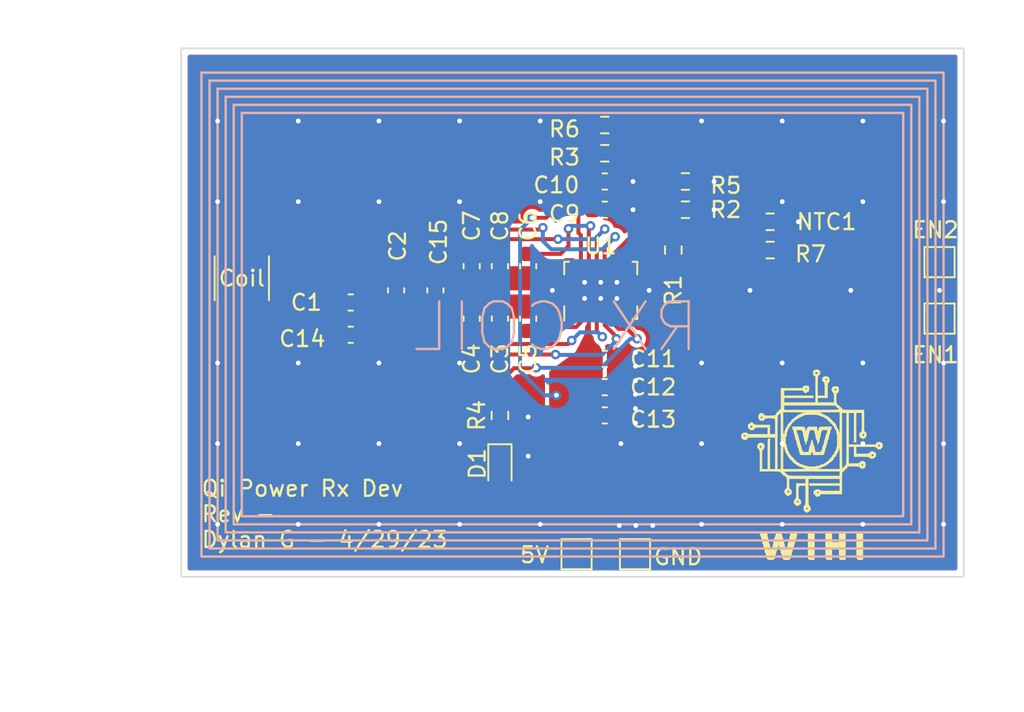
<source format=kicad_pcb>
(kicad_pcb (version 20221018) (generator pcbnew)
  (title_block (title "Qi Rx Dev Board") (date "2023-04-29") (rev "-") (comment 1 "DS: Dylan Gutierrez"))
  (layers (0 "F.Cu" signal) (31 "B.Cu" signal) (34 "B.Paste" user) (35 "F.Paste" user) (36 "B.SilkS" user "B.Silkscreen") (37 "F.SilkS" user "F.Silkscreen") (38 "B.Mask" user) (39 "F.Mask" user) (44 "Edge.Cuts" user))
  (net 0 "")
  (net 1 "/Wireless Power Reciever Qi/RX1")
  (net 2 "/Wireless Power Reciever Qi/AC1")
  (net 3 "/Wireless Power Reciever Qi/AC2")
  (net 4 "/Wireless Power Reciever Qi/CLAMP1")
  (net 5 "/Wireless Power Reciever Qi/COMM1")
  (net 6 "/Wireless Power Reciever Qi/BOOT1")
  (net 7 "/Wireless Power Reciever Qi/BOOT2")
  (net 8 "/Wireless Power Reciever Qi/COMM2")
  (net 9 "/Wireless Power Reciever Qi/CLAMP2")
  (net 10 "GND")
  (net 11 "/Wireless Power Reciever Qi/RECT")
  (net 12 "/Wireless Power Reciever Qi/Qi_Vout")
  (net 13 "Net-(D1-K)")
  (net 14 "/Wireless Power Reciever Qi/TSCTRL")
  (net 15 "/Wireless Power Reciever Qi/ILIM")
  (net 16 "/Wireless Power Reciever Qi/FOD")
  (net 18 "/Wireless Power Reciever Qi/EN1")
  (net 19 "/Wireless Power Reciever Qi/EN2")
  (net 20 "/Wireless Power Reciever Qi/CHG")
  (footprint "Resistor_SMD:R_0603_1608Metric" (layer "F.Cu") (at 153.924 81.534 180)
    (fp_text reference "R6" (at 2.54 -0.254) (layer "F.SilkS"))
    (fp_text value "~")
    (pad "1" smd roundrect (at -0.825 0 180) (size 0.8 0.95) (layers "F.Cu" "F.Paste" "F.Mask") (net 16 "/Wireless Power Reciever Qi/FOD"))
    (pad "2" smd roundrect (at 0.825 0 180) (size 0.8 0.95) (layers "F.Cu" "F.Paste" "F.Mask") (net 11 "/Wireless Power Reciever Qi/RECT"))
  )
  (footprint "Capacitor_SMD:C_0603_1608Metric" (layer "F.Cu") (at 147.32 90.424 90)
    (fp_text reference "C8" (at 2.54 0 90) (layer "F.SilkS"))
    (fp_text value "4.7u")
    (pad "1" smd roundrect (at -0.775 0 90) (size 0.9 0.95) (layers "F.Cu" "F.Paste" "F.Mask") (net 3 "/Wireless Power Reciever Qi/AC2"))
    (pad "2" smd roundrect (at 0.775 0 90) (size 0.9 0.95) (layers "F.Cu" "F.Paste" "F.Mask") (net 9 "/Wireless Power Reciever Qi/CLAMP2"))
  )
  (footprint "Capacitor_SMD:C_0603_1608Metric" (layer "F.Cu") (at 153.924 85.09 180)
    (fp_text reference "C10" (at 3.048 -0.224) (layer "F.SilkS"))
    (fp_text value "0.1u")
    (pad "1" smd roundrect (at -0.775 0 180) (size 0.9 0.95) (layers "F.Cu" "F.Paste" "F.Mask") (net 10 "GND"))
    (pad "2" smd roundrect (at 0.775 0 180) (size 0.9 0.95) (layers "F.Cu" "F.Paste" "F.Mask") (net 11 "/Wireless Power Reciever Qi/RECT"))
  )
  (footprint "Inductor_SMD:L_1812_4532Metric" (layer "F.Cu") (at 131.064 91.186 90)
    (fp_text reference "Coil" (at 0 0) (layer "F.SilkS"))
    (fp_text value "13.3u")
    (pad "1" smd roundrect (at -2.1375 0 90) (size 1.125 3.4) (layers "F.Cu" "F.Paste" "F.Mask") (roundrect_rratio 0.2222222222) (net 1 "/Wireless Power Reciever Qi/RX1"))
    (pad "2" smd roundrect (at 2.1375 0 90) (size 1.125 3.4) (layers "F.Cu" "F.Paste" "F.Mask") (roundrect_rratio 0.2222222222) (net 3 "/Wireless Power Reciever Qi/AC2"))
  )
  (footprint "Resistor_SMD:R_0603_1608Metric" (layer "F.Cu") (at 147.32 99.822 90)
    (fp_text reference "R4" (at 0 -1.4478 90) (layer "F.SilkS"))
    (fp_text value "1k5")
    (pad "1" smd roundrect (at -0.825 0 90) (size 0.8 0.95) (layers "F.Cu" "F.Paste" "F.Mask") (net 13 "Net-(D1-K)"))
    (pad "2" smd roundrect (at 0.825 0 90) (size 0.8 0.95) (layers "F.Cu" "F.Paste" "F.Mask") (net 20 "/Wireless Power Reciever Qi/CHG"))
  )
  (footprint "Resistor_SMD:R_0603_1608Metric" (layer "F.Cu") (at 158.242 89.408 90)
    (fp_text reference "R1" (at -2.54 0 90) (layer "F.SilkS"))
    (fp_text value "66")
    (pad "1" smd roundrect (at -0.825 0 90) (size 0.8 0.95) (layers "F.Cu" "F.Paste" "F.Mask") (net 15 "/Wireless Power Reciever Qi/ILIM"))
    (pad "2" smd roundrect (at 0.825 0 90) (size 0.8 0.95) (layers "F.Cu" "F.Paste" "F.Mask") (net 16 "/Wireless Power Reciever Qi/FOD"))
  )
  (footprint "Capacitor_SMD:C_0603_1608Metric" (layer "F.Cu") (at 147.32 93.726 -90)
    (fp_text reference "C3" (at 2.54 0 90) (layer "F.SilkS"))
    (fp_text value "4.7u")
    (pad "1" smd roundrect (at -0.775 0 270) (size 0.9 0.95) (layers "F.Cu" "F.Paste" "F.Mask") (net 2 "/Wireless Power Reciever Qi/AC1"))
    (pad "2" smd roundrect (at 0.775 0 270) (size 0.9 0.95) (layers "F.Cu" "F.Paste" "F.Mask") (net 4 "/Wireless Power Reciever Qi/CLAMP1"))
  )
  (footprint "Capacitor_SMD:C_0603_1608Metric" (layer "F.Cu") (at 153.924 86.868 180)
    (fp_text reference "C9" (at 2.54 -0.254) (layer "F.SilkS"))
    (fp_text value "10u")
    (pad "1" smd roundrect (at -0.775 0 180) (size 0.9 0.95) (layers "F.Cu" "F.Paste" "F.Mask") (net 10 "GND"))
    (pad "2" smd roundrect (at 0.775 0 180) (size 0.9 0.95) (layers "F.Cu" "F.Paste" "F.Mask") (net 11 "/Wireless Power Reciever Qi/RECT"))
  )
  (footprint "LED_SMD:LED_0603_1608Metric" (layer "F.Cu") (at 147.32 103.124 -90)
    (fp_text reference "D1" (at -0.254 1.4224 90) (layer "F.SilkS"))
    (fp_text value "LED")
    (pad "1" smd roundrect (at -0.7875 0 270) (size 0.875 0.95) (layers "F.Cu" "F.Paste" "F.Mask") (net 13 "Net-(D1-K)"))
    (pad "2" smd roundrect (at 0.7875 0 270) (size 0.875 0.95) (layers "F.Cu" "F.Paste" "F.Mask") (net 12 "/Wireless Power Reciever Qi/Qi_Vout"))
  )
  (footprint "Capacitor_SMD:C_0603_1608Metric" (layer "F.Cu") (at 145.542 90.424 90)
    (fp_text reference "C7" (at 2.54 0 90) (layer "F.SilkS"))
    (fp_text value "22n")
    (pad "1" smd roundrect (at -0.775 0 90) (size 0.9 0.95) (layers "F.Cu" "F.Paste" "F.Mask") (net 3 "/Wireless Power Reciever Qi/AC2"))
    (pad "2" smd roundrect (at 0.775 0 90) (size 0.9 0.95) (layers "F.Cu" "F.Paste" "F.Mask") (net 8 "/Wireless Power Reciever Qi/COMM2"))
  )
  (footprint "Resistor_SMD:R_0603_1608Metric" (layer "F.Cu") (at 159.004 85.09 180)
    (fp_text reference "R5" (at -2.54 -0.254) (layer "F.SilkS"))
    (fp_text value "~")
    (pad "1" smd roundrect (at -0.825 0 180) (size 0.8 0.95) (layers "F.Cu" "F.Paste" "F.Mask") (net 10 "GND"))
    (pad "2" smd roundrect (at 0.825 0 180) (size 0.8 0.95) (layers "F.Cu" "F.Paste" "F.Mask") (net 16 "/Wireless Power Reciever Qi/FOD"))
  )
  (footprint "TestPoint:TestPoint_Pad_1.5x1.5mm" (layer "F.Cu") (at 155.829 108.5596)
    (fp_text reference "GND" (at 2.7178 0.1778) (layer "F.SilkS"))
    (fp_text value "~")
    (pad "1" smd rect (at 0 0) (size 1.5 1.5) (layers "F.Cu" "F.Mask") (net 10 "GND"))
  )
  (footprint "Capacitor_SMD:C_0603_1608Metric" (layer "F.Cu") (at 140.78 91.948 -90)
    (fp_text reference "C2" (at -2.794 -0.1 90) (layer "F.SilkS"))
    (fp_text value "2n")
    (pad "1" smd roundrect (at -0.775 0 270) (size 0.9 0.95) (layers "F.Cu" "F.Paste" "F.Mask") (net 3 "/Wireless Power Reciever Qi/AC2"))
    (pad "2" smd roundrect (at 0.775 0 270) (size 0.9 0.95) (layers "F.Cu" "F.Paste" "F.Mask") (net 2 "/Wireless Power Reciever Qi/AC1"))
  )
  (footprint "Capacitor_SMD:C_0603_1608Metric" (layer "F.Cu") (at 149.098 93.726 -90)
    (fp_text reference "C5" (at 2.54 0 90) (layer "F.SilkS"))
    (fp_text value "10n")
    (pad "1" smd roundrect (at -0.775 0 270) (size 0.9 0.95) (layers "F.Cu" "F.Paste" "F.Mask") (net 2 "/Wireless Power Reciever Qi/AC1"))
    (pad "2" smd roundrect (at 0.775 0 270) (size 0.9 0.95) (layers "F.Cu" "F.Paste" "F.Mask") (net 6 "/Wireless Power Reciever Qi/BOOT1"))
  )
  (footprint "Capacitor_SMD:C_0603_1608Metric" (layer "F.Cu") (at 137.922 94.742)
    (fp_text reference "C14" (at -3.048 0.254) (layer "F.SilkS"))
    (fp_text value "10n")
    (pad "1" smd roundrect (at -0.775 0) (size 0.9 0.95) (layers "F.Cu" "F.Paste" "F.Mask") (net 1 "/Wireless Power Reciever Qi/RX1"))
    (pad "2" smd roundrect (at 0.775 0) (size 0.9 0.95) (layers "F.Cu" "F.Paste" "F.Mask") (net 2 "/Wireless Power Reciever Qi/AC1"))
  )
  (footprint "TestPoint:TestPoint_Pad_1.5x1.5mm" (layer "F.Cu") (at 152.146 108.5596)
    (fp_text reference "5V" (at -2.6416 0.0508) (layer "F.SilkS"))
    (fp_text value "~")
    (pad "1" smd rect (at 0 0) (size 1.5 1.5) (layers "F.Cu" "F.Mask") (net 12 "/Wireless Power Reciever Qi/Qi_Vout"))
  )
  (footprint "Capacitor_SMD:C_0603_1608Metric" (layer "F.Cu") (at 153.924 99.822 180)
    (fp_text reference "C13" (at -3.048 -0.254) (layer "F.SilkS"))
    (fp_text value "0.1u")
    (pad "1" smd roundrect (at -0.775 0 180) (size 0.9 0.95) (layers "F.Cu" "F.Paste" "F.Mask") (net 10 "GND"))
    (pad "2" smd roundrect (at 0.775 0 180) (size 0.9 0.95) (layers "F.Cu" "F.Paste" "F.Mask") (net 12 "/Wireless Power Reciever Qi/Qi_Vout"))
  )
  (footprint "Capacitor_SMD:C_0603_1608Metric" (layer "F.Cu") (at 145.542 93.726 -90)
    (fp_text reference "C4" (at 2.54 0 90) (layer "F.SilkS"))
    (fp_text value "22n")
    (pad "1" smd roundrect (at -0.775 0 270) (size 0.9 0.95) (layers "F.Cu" "F.Paste" "F.Mask") (net 2 "/Wireless Power Reciever Qi/AC1"))
    (pad "2" smd roundrect (at 0.775 0 270) (size 0.9 0.95) (layers "F.Cu" "F.Paste" "F.Mask") (net 5 "/Wireless Power Reciever Qi/COMM1"))
  )
  (footprint "Resistor_SMD:R_0603_1608Metric" (layer "F.Cu") (at 153.924 83.312)
    (fp_text reference "R3" (at -2.54 0.254) (layer "F.SilkS"))
    (fp_text value "20k")
    (pad "1" smd roundrect (at -0.825 0) (size 0.8 0.95) (layers "F.Cu" "F.Paste" "F.Mask") (net 11 "/Wireless Power Reciever Qi/RECT"))
    (pad "2" smd roundrect (at 0.825 0) (size 0.8 0.95) (layers "F.Cu" "F.Paste" "F.Mask") (net 16 "/Wireless Power Reciever Qi/FOD"))
  )
  (footprint "Capacitor_SMD:C_0603_1608Metric" (layer "F.Cu") (at 137.922 92.71)
    (fp_text reference "C1" (at -2.794 0) (layer "F.SilkS"))
    (fp_text value "0.12u")
    (pad "1" smd roundrect (at -0.775 0) (size 0.9 0.95) (layers "F.Cu" "F.Paste" "F.Mask") (net 1 "/Wireless Power Reciever Qi/RX1"))
    (pad "2" smd roundrect (at 0.775 0) (size 0.9 0.95) (layers "F.Cu" "F.Paste" "F.Mask") (net 2 "/Wireless Power Reciever Qi/AC1"))
  )
  (footprint "Capacitor_SMD:C_0603_1608Metric" (layer "F.Cu") (at 149.098 90.424 90)
    (fp_text reference "C6" (at 2.54 0 90) (layer "F.SilkS"))
    (fp_text value "10n")
    (pad "1" smd roundrect (at -0.775 0 90) (size 0.9 0.95) (layers "F.Cu" "F.Paste" "F.Mask") (net 3 "/Wireless Power Reciever Qi/AC2"))
    (pad "2" smd roundrect (at 0.775 0 90) (size 0.9 0.95) (layers "F.Cu" "F.Paste" "F.Mask") (net 7 "/Wireless Power Reciever Qi/BOOT2"))
  )
  (footprint "Capacitor_SMD:C_0603_1608Metric" (layer "F.Cu") (at 153.924 96.266 180)
    (fp_text reference "C11" (at -3.048 0) (layer "F.SilkS"))
    (fp_text value "10u")
    (pad "1" smd roundrect (at -0.775 0 180) (size 0.9 0.95) (layers "F.Cu" "F.Paste" "F.Mask") (net 10 "GND"))
    (pad "2" smd roundrect (at 0.775 0 180) (size 0.9 0.95) (layers "F.Cu" "F.Paste" "F.Mask") (net 12 "/Wireless Power Reciever Qi/Qi_Vout"))
  )
  (footprint "LOGO" (layer "F.Cu") (at 167.5892 102.5906)
    (fp_text reference "G***" hide)
    (fp_text value "LOGO" hide)
  )
  (footprint "Package_DFN_QFN:Texas_VQFN-RHL-20" (layer "F.Cu") (at 153.67 91.948 90)
    (fp_text reference "U1" (at 2.794 0 180) (layer "F.SilkS"))
    (fp_text value "BQ51013BRHLR")
    (pad "1" smd roundrect (at -0.75 -2.15 90) (size 0.24 0.6) (layers "F.Cu" "F.Paste" "F.Mask") (roundrect_rratio 0.21) (net 10 "GND"))
    (pad "2" smd roundrect (at -1.65 -1.75 90) (size 0.6 0.24) (layers "F.Cu" "F.Paste" "F.Mask") (roundrect_rratio 0.21) (net 2 "/Wireless Power Reciever Qi/AC1"))
    (pad "3" smd roundrect (at -1.65 -1.25 90) (size 0.6 0.24) (layers "F.Cu" "F.Paste" "F.Mask") (roundrect_rratio 0.21) (net 6 "/Wireless Power Reciever Qi/BOOT1"))
    (pad "4" smd roundrect (at -1.65 -0.75 90) (size 0.6 0.24) (layers "F.Cu" "F.Paste" "F.Mask") (roundrect_rratio 0.21) (net 12 "/Wireless Power Reciever Qi/Qi_Vout"))
    (pad "5" smd roundrect (at -1.65 -0.25 90) (size 0.6 0.24) (layers "F.Cu" "F.Paste" "F.Mask") (roundrect_rratio 0.21) (net 4 "/Wireless Power Reciever Qi/CLAMP1"))
    (pad "6" smd roundrect (at -1.65 0.25 90) (size 0.6 0.24) (layers "F.Cu" "F.Paste" "F.Mask") (roundrect_rratio 0.21) (net 5 "/Wireless Power Reciever Qi/COMM1"))
    (pad "7" smd roundrect (at -1.65 0.75 90) (size 0.6 0.24) (layers "F.Cu" "F.Paste" "F.Mask") (roundrect_rratio 0.21) (net 20 "/Wireless Power Reciever Qi/CHG"))
    (pad "8" smd roundrect (at -1.65 1.25 90) (size 0.6 0.24) (layers "F.Cu" "F.Paste" "F.Mask") (roundrect_rratio 0.21))
    (pad "9" smd roundrect (at -1.65 1.75 90) (size 0.6 0.24) (layers "F.Cu" "F.Paste" "F.Mask") (roundrect_rratio 0.21) (net 10 "GND"))
    (pad "10" smd roundrect (at -0.75 2.15 90) (size 0.24 0.6) (layers "F.Cu" "F.Paste" "F.Mask") (roundrect_rratio 0.21) (net 18 "/Wireless Power Reciever Qi/EN1"))
    (pad "11" smd roundrect (at 0.75 2.15 90) (size 0.24 0.6) (layers "F.Cu" "F.Paste" "F.Mask") (roundrect_rratio 0.21) (net 19 "/Wireless Power Reciever Qi/EN2"))
    (pad "12" smd roundrect (at 1.65 1.75 90) (size 0.6 0.24) (layers "F.Cu" "F.Paste" "F.Mask") (roundrect_rratio 0.21) (net 15 "/Wireless Power Reciever Qi/ILIM"))
    (pad "13" smd roundrect (at 1.65 1.25 90) (size 0.6 0.24) (layers "F.Cu" "F.Paste" "F.Mask") (roundrect_rratio 0.21) (net 14 "/Wireless Power Reciever Qi/TSCTRL"))
    (pad "14" smd roundrect (at 1.65 0.75 90) (size 0.6 0.24) (layers "F.Cu" "F.Paste" "F.Mask") (roundrect_rratio 0.21) (net 16 "/Wireless Power Reciever Qi/FOD"))
    (pad "15" smd roundrect (at 1.65 0.25 90) (size 0.6 0.24) (layers "F.Cu" "F.Paste" "F.Mask") (roundrect_rratio 0.21) (net 8 "/Wireless Power Reciever Qi/COMM2"))
    (pad "16" smd roundrect (at 1.65 -0.25 90) (size 0.6 0.24) (layers "F.Cu" "F.Paste" "F.Mask") (roundrect_rratio 0.21) (net 9 "/Wireless Power Reciever Qi/CLAMP2"))
    (pad "17" smd roundrect (at 1.65 -0.75 90) (size 0.6 0.24) (layers "F.Cu" "F.Paste" "F.Mask") (roundrect_rratio 0.21) (net 7 "/Wireless Power Reciever Qi/BOOT2"))
    (pad "18" smd roundrect (at 1.65 -1.25 90) (size 0.6 0.24) (layers "F.Cu" "F.Paste" "F.Mask") (roundrect_rratio 0.21) (net 11 "/Wireless Power Reciever Qi/RECT"))
    (pad "19" smd roundrect (at 1.65 -1.75 90) (size 0.6 0.24) (layers "F.Cu" "F.Paste" "F.Mask") (roundrect_rratio 0.21) (net 3 "/Wireless Power Reciever Qi/AC2"))
    (pad "20" smd roundrect (at 0.75 -2.15 90) (size 0.24 0.6) (layers "F.Cu" "F.Paste" "F.Mask") (roundrect_rratio 0.21) (net 10 "GND"))
    (pad "21" smd roundrect (at -0.275 -2.15 90) (size 0.2 0.6) (layers "F.Cu" "F.Paste" "F.Mask") (net 10 "GND"))
    (pad "21" smd roundrect (at -0.275 2.15 90) (size 0.2 0.6) (layers "F.Cu" "F.Paste" "F.Mask") (net 10 "GND"))
    (pad "21" smd custom (at 0 0 90) (size 1.524 1.524) (layers "F.Cu" "F.Mask") (net 10 "GND") (options (clearance outline) (anchor rect)) (primitives (gr_poly (pts (xy 0.375 -1.525) (xy 1.025 -1.525) (xy 1.025 1.525) (xy 0.375 1.525) (xy 0.375 1.925) (xy -0.375 1.925) (xy -0.375 1.525) (xy -1.025 1.525) (xy -1.025 -1.525) (xy -0.375 -1.525) (xy -0.375 -1.925) (xy 0.375 -1.925)) (width 0) (fill yes))))
    (pad "21" smd roundrect (at 0.275 -2.15 90) (size 0.2 0.6) (layers "F.Cu" "F.Paste" "F.Mask") (net 10 "GND"))
    (pad "21" smd roundrect (at 0.275 2.15 90) (size 0.2 0.6) (layers "F.Cu" "F.Paste" "F.Mask") (net 10 "GND"))
  )
  (footprint "Capacitor_SMD:C_0603_1608Metric" (layer "F.Cu") (at 143.256 91.948 -90)
    (fp_text reference "C15" (at -3.048 -0.2 90) (layer "F.SilkS"))
    (fp_text value "C")
    (pad "1" smd roundrect (at -0.775 0 270) (size 0.9 0.95) (layers "F.Cu" "F.Paste" "F.Mask") (net 3 "/Wireless Power Reciever Qi/AC2"))
    (pad "2" smd roundrect (at 0.775 0 270) (size 0.9 0.95) (layers "F.Cu" "F.Paste" "F.Mask") (net 2 "/Wireless Power Reciever Qi/AC1"))
  )
  (footprint "Resistor_SMD:R_0603_1608Metric" (layer "F.Cu") (at 159.004 86.868 180)
    (fp_text reference "R2" (at -2.54 0) (layer "F.SilkS"))
    (fp_text value "196")
    (pad "1" smd roundrect (at -0.825 0 180) (size 0.8 0.95) (layers "F.Cu" "F.Paste" "F.Mask") (net 10 "GND"))
    (pad "2" smd roundrect (at 0.825 0 180) (size 0.8 0.95) (layers "F.Cu" "F.Paste" "F.Mask") (net 16 "/Wireless Power Reciever Qi/FOD"))
  )
  (footprint "Capacitor_SMD:C_0603_1608Metric" (layer "F.Cu") (at 153.924 98.044 180)
    (fp_text reference "C12" (at -3.048 0) (layer "F.SilkS"))
    (fp_text value "10u")
    (pad "1" smd roundrect (at -0.775 0 180) (size 0.9 0.95) (layers "F.Cu" "F.Paste" "F.Mask") (net 10 "GND"))
    (pad "2" smd roundrect (at 0.775 0 180) (size 0.9 0.95) (layers "F.Cu" "F.Paste" "F.Mask") (net 12 "/Wireless Power Reciever Qi/Qi_Vout"))
  )
  (footprint "TestPoint:TestPoint_Pad_1.5x1.5mm" (layer "F.Cu") (at 175.006 93.726 180)
    (fp_text reference "EN1" (at 0.254 -2.286) (layer "F.SilkS"))
    (fp_text value "~")
    (pad "1" smd rect (at 0 0 180) (size 1.5 1.5) (layers "F.Cu" "F.Mask") (net 18 "/Wireless Power Reciever Qi/EN1"))
  )
  (footprint "Resistor_SMD:R_0603_1608Metric" (layer "F.Cu") (at 164.338 87.63)
    (fp_text reference "NTC1" (at 3.556 0) (layer "F.SilkS"))
    (fp_text value "Thermistor_NTC_US")
    (pad "1" smd roundrect (at -0.825 0) (size 0.8 0.95) (layers "F.Cu" "F.Paste" "F.Mask") (net 14 "/Wireless Power Reciever Qi/TSCTRL"))
    (pad "2" smd roundrect (at 0.825 0) (size 0.8 0.95) (layers "F.Cu" "F.Paste" "F.Mask") (net 10 "GND"))
  )
  (footprint "TestPoint:TestPoint_Pad_1.5x1.5mm" (layer "F.Cu") (at 175.006 90.17 180)
    (fp_text reference "EN2" (at 0.254 2.032) (layer "F.SilkS"))
    (fp_text value "~")
    (pad "1" smd rect (at 0 0 180) (size 1.5 1.5) (layers "F.Cu" "F.Mask") (net 19 "/Wireless Power Reciever Qi/EN2"))
  )
  (footprint "Resistor_SMD:R_0603_1608Metric" (layer "F.Cu") (at 164.338 89.408 180)
    (fp_text reference "R7" (at -2.54 -0.254) (layer "F.SilkS"))
    (fp_text value "1k5")
    (pad "1" smd roundrect (at -0.825 0 180) (size 0.8 0.95) (layers "F.Cu" "F.Paste" "F.Mask") (net 12 "/Wireless Power Reciever Qi/Qi_Vout"))
    (pad "2" smd roundrect (at 0.825 0 180) (size 0.8 0.95) (layers "F.Cu" "F.Paste" "F.Mask") (net 14 "/Wireless Power Reciever Qi/TSCTRL"))
  )
  (gr_rect (start 129.032 78.74) (end 174.752 108.204) (stroke (width 0.15)) (fill none) (layer "B.SilkS"))
  (gr_rect (start 131.064 80.772) (end 172.72 106.172) (stroke (width 0.15)) (fill none) (layer "B.SilkS"))
  (gr_rect (start 130.556 80.264) (end 173.228 106.68) (stroke (width 0.15)) (fill none) (layer "B.SilkS"))
  (gr_rect (start 130.048 79.756) (end 173.736 107.188) (stroke (width 0.15)) (fill none) (layer "B.SilkS"))
  (gr_rect (start 128.524 78.232) (end 175.26 108.712) (stroke (width 0.15)) (fill none) (layer "B.SilkS"))
  (gr_rect (start 129.54 79.248) (end 174.244 107.696) (stroke (width 0.15)) (fill none) (layer "B.SilkS"))
  (gr_rect (start 127.254 76.708) (end 176.53 109.982) (stroke (width 0.1)) (fill none) (layer "Edge.Cuts"))
  (gr_text "RX COIL" (at 160.02 96.012) (layer "B.SilkS") (effects (font (size 3 3)) (justify left bottom mirror)))
  (gr_text "Qi Power Rx Dev\nRev -\nDylan G - 4/29/23" (at 128.4478 108.2294) (layer "F.SilkS") (effects (font (size 1 1)) (justify left bottom)))
  (segment (start 151.618446 95.3262) (end 147.447 95.3262) (width 0.25) (layer "F.Cu") (net 4))
  (segment (start 153.770087 94.867487) (end 153.42 94.5174) (width 0.25) (layer "F.Cu") (net 4))
  (segment (start 151.839746 95.1049) (end 151.618446 95.3262) (width 0.25) (layer "F.Cu") (net 4))
  (segment (start 153.42 94.5174) (end 153.42 93.598) (width 0.25) (layer "F.Cu") (net 4))
  (segment (start 147.447 95.3262) (end 147.32 95.1992) (width 0.25) (layer "F.Cu") (net 4))
  (segment (start 153.770087 94.870513) (end 153.770087 94.867487) (width 0.25) (layer "F.Cu") (net 4))
  (segment (start 147.32 95.1992) (end 147.32 94.501) (width 0.25) (layer "F.Cu") (net 4))
  (via (at 151.839746 95.1049) (size 0.6) (drill 0.3) (layers "F.Cu" "B.Cu") (net 4))
  (via (at 153.770087 94.870513) (size 0.6) (drill 0.3) (layers "F.Cu" "B.Cu") (net 4))
  (segment (start 153.489174 94.5896) (end 152.355046 94.5896) (width 0.25) (layer "B.Cu") (net 4))
  (segment (start 153.770087 94.870513) (end 153.489174 94.5896) (width 0.25) (layer "B.Cu") (net 4))
  (segment (start 152.355046 94.5896) (end 151.839746 95.1049) (width 0.25) (layer "B.Cu") (net 4))
  (segment (start 154.656419 94.873668) (end 153.924 94.141249) (width 0.25) (layer "F.Cu") (net 5))
  (segment (start 145.542 94.501) (end 145.542 95.3516) (width 0.25) (layer "F.Cu") (net 5))
  (segment (start 145.9484 95.758) (end 146.177 95.9866) (width 0.25) (layer "F.Cu") (net 5))
  (segment (start 154.656419 94.997665) (end 154.656419 94.873668) (width 0.25) (layer "F.Cu") (net 5))
  (segment (start 153.924 93.602) (end 153.92 93.598) (width 0.25) (layer "F.Cu") (net 5))
  (segment (start 146.177 95.9866) (end 150.8252 95.9866) (width 0.25) (layer "F.Cu") (net 5))
  (segment (start 145.542 95.3516) (end 145.9484 95.758) (width 0.25) (layer "F.Cu") (net 5))
  (segment (start 153.924 94.141249) (end 153.924 93.602) (width 0.25) (layer "F.Cu") (net 5))
  (via (at 150.8252 95.9866) (size 0.6) (drill 0.3) (layers "F.Cu" "B.Cu") (net 5))
  (via (at 154.656419 94.997665) (size 0.6) (drill 0.3) (layers "F.Cu" "B.Cu") (net 5))
  (segment (start 154.656419 95.096665) (end 153.741084 96.012) (width 0.25) (layer "B.Cu") (net 5))
  (segment (start 150.8506 96.012) (end 150.8252 95.9866) (width 0.25) (layer "B.Cu") (net 5))
  (segment (start 154.656419 94.997665) (end 154.656419 95.096665) (width 0.25) (layer "B.Cu") (net 5))
  (segment (start 153.741084 96.012) (end 150.8506 96.012) (width 0.25) (layer "B.Cu") (net 5))
  (segment (start 149.3396 94.2594) (end 149.098 94.501) (width 0.25) (layer "F.Cu") (net 6))
  (segment (start 152.108696 94.2594) (end 149.3396 94.2594) (width 0.25) (layer "F.Cu") (net 6))
  (segment (start 152.42 93.948096) (end 152.108696 94.2594) (width 0.25) (layer "F.Cu") (net 6))
  (segment (start 152.42 93.598) (end 152.42 93.948096) (width 0.25) (layer "F.Cu") (net 6))
  (segment (start 151.638 89.154) (end 151.143 89.649) (width 0.25) (layer "F.Cu") (net 7))
  (segment (start 151.638 88.0618) (end 151.638 89.154) (width 0.25) (layer "F.Cu") (net 7))
  (segment (start 152.92 87.9879) (end 152.92 90.298) (width 0.25) (layer "F.Cu") (net 7))
  (segment (start 151.143 89.649) (end 149.098 89.649) (width 0.25) (layer "F.Cu") (net 7))
  (segment (start 153.0239 87.884) (end 152.92 87.9879) (width 0.25) (layer "F.Cu") (net 7))
  (via (at 153.0239 87.884) (size 0.6) (drill 0.3) (layers "F.Cu" "B.Cu") (net 7))
  (via (at 151.638 88.0618) (size 0.6) (drill 0.3) (layers "F.Cu" "B.Cu") (net 7))
  (segment (start 153.0239 87.884) (end 151.8158 87.884) (width 0.25) (layer "B.Cu") (net 7))
  (segment (start 151.8158 87.884) (end 151.638 88.0618) (width 0.25) (layer "B.Cu") (net 7))
  (segment (start 154.576257 88.565239) (end 153.92 89.221496) (width 0.25) (layer "F.Cu") (net 8))
  (segment (start 146.0189 88.1183) (end 145.542 88.5952) (width 0.25) (layer "F.Cu") (net 8))
  (segment (start 149.908183 88.1183) (end 146.0189 88.1183) (width 0.25) (layer "F.Cu") (net 8))
  (segment (start 145.542 88.5952) (end 145.542 89.649) (width 0.25) (layer "F.Cu") (net 8))
  (segment (start 150.025983 88.0005) (end 149.908183 88.1183) (width 0.25) (layer "F.Cu") (net 8))
  (segment (start 153.92 89.221496) (end 153.92 90.298) (width 0.25) (layer "F.Cu") (net 8))
  (via (at 154.576257 88.565239) (size 0.6) (drill 0.3) (layers "F.Cu" "B.Cu") (net 8))
  (via (at 150.025983 88.0005) (size 0.6) (drill 0.3) (layers "F.Cu" "B.Cu") (net 8))
  (segment (start 150.025983 88.837383) (end 150.025983 88.0005) (width 0.25) (layer "B.Cu") (net 8))
  (segment (start 153.784296 89.3572) (end 150.5458 89.3572) (width 0.25) (layer "B.Cu") (net 8))
  (segment (start 150.5458 89.3572) (end 150.025983 88.837383) (width 0.25) (layer "B.Cu") (net 8))
  (segment (start 154.576257 88.565239) (end 153.784296 89.3572) (width 0.25) (layer "B.Cu") (net 8))
  (segment (start 153.42 88.5912) (end 153.42 90.298) (width 0.25) (layer "F.Cu") (net 9))
  (segment (start 150.9776 88.7222) (end 147.6502 88.7222) (width 0.25) (layer "F.Cu") (net 9))
  (segment (start 153.924 88.0872) (end 153.42 88.5912) (width 0.25) (layer "F.Cu") (net 9))
  (segment (start 147.32 89.0524) (end 147.32 89.649) (width 0.25) (layer "F.Cu") (net 9))
  (segment (start 147.6502 88.7222) (end 147.32 89.0524) (width 0.25) (layer "F.Cu") (net 9))
  (via (at 153.924 88.0872) (size 0.6) (drill 0.3) (layers "F.Cu" "B.Cu") (net 9))
  (via (at 150.9776 88.7222) (size 0.6) (drill 0.3) (layers "F.Cu" "B.Cu") (net 9))
  (segment (start 153.924 88.0872) (end 153.289 88.7222) (width 0.25) (layer "B.Cu") (net 9))
  (segment (start 153.289 88.7222) (end 150.9776 88.7222) (width 0.25) (layer "B.Cu") (net 9))
  (via (at 165.1 81.28) (size 0.6) (drill 0.3) (layers "F.Cu" "B.Cu") (net 10))
  (via (at 156.9466 106.7562) (size 0.6) (drill 0.3) (layers "F.Cu" "B.Cu") (net 10))
  (via (at 175.26 101.6) (size 0.6) (drill 0.3) (layers "F.Cu" "B.Cu") (net 10))
  (via (at 139.7 96.52) (size 0.6) (drill 0.3) (layers "F.Cu" "B.Cu") (net 10))
  (via (at 170.18 96.52) (size 0.6) (drill 0.3) (layers "F.Cu" "B.Cu") (net 10))
  (via (at 152.654 91.44) (size 0.6) (drill 0.3) (layers "F.Cu" "B.Cu") (net 10))
  (via (at 144.78 81.28) (size 0.6) (drill 0.3) (layers "F.Cu" "B.Cu") (net 10))
  (via (at 134.62 96.52) (size 0.6) (drill 0.3) (layers "F.Cu" "B.Cu") (net 10))
  (via (at 149.098 99.9236) (size 0.6) (drill 0.3) (layers "F.Cu" "B.Cu") (net 10))
  (via (at 153.67 91.44) (size 0.6) (drill 0.3) (layers "F.Cu" "B.Cu") (net 10))
  (via (at 129.54 81.28) (size 0.6) (drill 0.3) (layers "F.Cu" "B.Cu") (net 10))
  (via (at 165.1 106.68) (size 0.6) (drill 0.3) (layers "F.Cu" "B.Cu") (net 10))
  (via (at 139.7 81.28) (size 0.6) (drill 0.3) (layers "F.Cu" "B.Cu") (net 10))
  (via (at 144.78 106.68) (size 0.6) (drill 0.3) (layers "F.Cu" "B.Cu") (net 10))
  (via (at 134.62 101.6) (size 0.6) (drill 0.3) (layers "F.Cu" "B.Cu") (net 10))
  (via (at 134.62 106.68) (size 0.6) (drill 0.3) (layers "F.Cu" "B.Cu") (net 10))
  (via (at 149.86 106.68) (size 0.6) (drill 0.3) (layers "F.Cu" "B.Cu") (net 10))
  (via (at 160.02 106.68) (size 0.6) (drill 0.3) (layers "F.Cu" "B.Cu") (net 10))
  (via (at 155.8544 96.7232) (size 0.6) (drill 0.3) (layers "F.Cu" "B.Cu") (net 10))
  (via (at 149.098 102.3874) (size 0.6) (drill 0.3) (layers "F.Cu" "B.Cu") (net 10))
  (via (at 155.8798 106.7562) (size 0.6) (drill 0.3) (layers "F.Cu" "B.Cu") (net 10))
  (via (at 144.78 101.6) (size 0.6) (drill 0.3) (layers "F.Cu" "B.Cu") (net 10))
  (via (at 139.7 86.36) (size 0.6) (drill 0.3) (layers "F.Cu" "B.Cu") (net 10))
  (via (at 160.8074 86.868) (size 0.6) (drill 0.3) (layers "F.Cu" "B.Cu") (net 10))
  (via (at 170.18 86.36) (size 0.6) (drill 0.3) (layers "F.Cu" "B.Cu") (net 10))
  (via (at 129.54 106.68) (size 0.6) (drill 0.3) (layers "F.Cu" "B.Cu") (net 10))
  (via (at 163.068 91.948) (size 0.6) (drill 0.3) (layers "F.Cu" "B.Cu") (net 10))
  (via (at 155.8544 98.5012) (size 0.6) (drill 0.3) (layers "F.Cu" "B.Cu") (net 10))
  (via (at 150.622 91.948) (size 0.6) (drill 0.3) (layers "F.Cu" "B.Cu") (net 10))
  (via (at 129.54 101.6) (size 0.6) (drill 0.3) (layers "F.Cu" "B.Cu") (net 10))
  (via (at 169.418 91.948) (size 0.6) (drill 0.3) (layers "F.Cu" "B.Cu") (net 10))
  (via (at 139.7 101.6) (size 0.6) (drill 0.3) (layers "F.Cu" "B.Cu") (net 10))
  (via (at 175.006 91.948) (size 0.6) (drill 0.3) (layers "F.Cu" "B.Cu") (net 10))
  (via (at 155.702 85.09) (size 0.6) (drill 0.3) (layers "F.Cu" "B.Cu") (net 10))
  (via (at 149.86 81.28) (size 0.6) (drill 0.3) (layers "F.Cu" "B.Cu") (net 10))
  (via (at 160.02 101.6) (size 0.6) (drill 0.3) (layers "F.Cu" "B.Cu") (net 10))
  (via (at 129.54 96.52) (size 0.6) (drill 0.3) (layers "F.Cu" "B.Cu") (net 10))
  (via (at 134.62 86.36) (size 0.6) (drill 0.3) (layers "F.Cu" "B.Cu") (net 10))
  (via (at 170.18 106.68) (size 0.6) (drill 0.3) (layers "F.Cu" "B.Cu") (net 10))
  (via (at 160.8074 85.09) (size 0.6) (drill 0.3) (layers "F.Cu" "B.Cu") (net 10))
  (via (at 149.86 86.36) (size 0.6) (drill 0.3) (layers "F.Cu" "B.Cu") (net 10))
  (via (at 165.1 101.6) (size 0.6) (drill 0.3) (layers "F.Cu" "B.Cu") (net 10))
  (via (at 152.654 92.456) (size 0.6) (drill 0.3) (layers "F.Cu" "B.Cu") (net 10))
  (via (at 175.26 86.36) (size 0.6) (drill 0.3) (layers "F.Cu" "B.Cu") (net 10))
  (via (at 154.8384 106.7562) (size 0.6) (drill 0.3) (layers "F.Cu" "B.Cu") (net 10))
  (via (at 154.686 92.456) (size 0.6) (drill 0.3) (layers "F.Cu" "B.Cu") (net 10))
  (via (at 139.7 106.68) (size 0.6) (drill 0.3) (layers "F.Cu" "B.Cu") (net 10))
  (via (at 160.02 81.28) (size 0.6) (drill 0.3) (layers "F.Cu" "B.Cu") (net 10))
  (via (at 155.8544 100.3046) (size 0.6) (drill 0.3) (layers "F.Cu" "B.Cu") (net 10))
  (via (at 165.1 86.36) (size 0.6) (drill 0.3) (layers "F.Cu" "B.Cu") (net 10))
  (via (at 170.18 81.28) (size 0.6) (drill 0.3) (layers "F.Cu" "B.Cu") (net 10))
  (via (at 175.26 96.52) (size 0.6) (drill 0.3) (layers "F.Cu" "B.Cu") (net 10))
  (via (at 155.8544 97.6376) (size 0.6) (drill 0.3) (layers "F.Cu" "B.Cu") (net 10))
  (via (at 153.67 92.456) (size 0.6) (drill 0.3) (layers "F.Cu" "B.Cu") (net 10))
  (via (at 155.8544 99.3902) (size 0.6) (drill 0.3) (layers "F.Cu" "B.Cu") (net 10))
  (via (at 144.78 96.52) (size 0.6) (drill 0.3) (layers "F.Cu" "B.Cu") (net 10))
  (via (at 175.26 106.68) (size 0.6) (drill 0.3) (layers "F.Cu" "B.Cu") (net 10))
  (via (at 144.78 86.36) (size 0.6) (drill 0.3) (layers "F.Cu" "B.Cu") (net 10))
  (via (at 154.686 91.44) (size 0.6) (drill 0.3) (layers "F.Cu" "B.Cu") (net 10))
  (via (at 134.62 81.28) (size 0.6) (drill 0.3) (layers "F.Cu" "B.Cu") (net 10))
  (via (at 175.26 81.28) (size 0.6) (drill 0.3) (layers "F.Cu" "B.Cu") (net 10))
  (via (at 129.54 86.36) (size 0.6) (drill 0.3) (layers "F.Cu" "B.Cu") (net 10))
  (via (at 166.116 87.63) (size 0.6) (drill 0.3) (layers "F.Cu" "B.Cu") (net 10))
  (via (at 156.718 91.948) (size 0.6) (drill 0.3) (layers "F.Cu" "B.Cu") (net 10))
  (via (at 155.8544 95.8596) (size 0.6) (drill 0.3) (layers "F.Cu" "B.Cu") (net 10))
  (via (at 160.02 96.52) (size 0.6) (drill 0.3) (layers "F.Cu" "B.Cu") (net 10))
  (via (at 154.94 101.6) (size 0.6) (drill 0.3) (layers "F.Cu" "B.Cu") (net 10))
  (via (at 170.18 101.6) (size 0.6) (drill 0.3) (layers "F.Cu" "B.Cu") (net 10))
  (via (at 165.1 96.52) (size 0.6) (drill 0.3) (layers "F.Cu" "B.Cu") (net 10))
  (via (at 155.702 86.868) (size 0.6) (drill 0.3) (layers "F.Cu" "B.Cu") (net 10))
  (segment (start 152.263 87.1828) (end 152.263 88.320684) (width 0.25) (layer "F.Cu") (net 11))
  (segment (start 153.149 86.868) (end 152.5778 86.868) (width 0.25) (layer "F.Cu") (net 11))
  (segment (start 153.149 86.868) (end 153.149 85.09) (width 0.25) (layer "F.Cu") (net 11))
  (segment (start 153.149 85.09) (end 153.149 83.362) (width 0.25) (layer "F.Cu") (net 11))
  (segment (start 152.42 88.477684) (end 152.42 90.298) (width 0.25) (layer "F.Cu") (net 11))
  (segment (start 152.263 88.320684) (end 152.42 88.477684) (width 0.25) (layer "F.Cu") (net 11))
  (segment (start 153.099 83.312) (end 153.099 81.534) (width 0.25) (layer "F.Cu") (net 11))
  (segment (start 153.149 83.362) (end 153.099 83.312) (width 0.25) (layer "F.Cu") (net 11))
  (segment (start 152.5778 86.868) (end 152.263 87.1828) (width 0.25) (layer "F.Cu") (net 11))
  (segment (start 152.92 93.598) (end 152.92 96.037) (width 0.25) (layer "F.Cu") (net 12))
  (segment (start 153.149 98.044) (end 153.149 99.822) (width 0.25) (layer "F.Cu") (net 12))
  (segment (start 151.13 86.476149) (end 150.230149 87.376) (width 0.25) (layer "F.Cu") (net 12))
  (segment (start 166.624 89.408) (end 167.386 88.646) (width 0.25) (layer "F.Cu") (net 12))
  (segment (start 152.146 100.825) (end 152.146 103.886) (width 0.25) (layer "F.Cu") (net 12))
  (segment (start 147.32 103.9115) (end 152.1205 103.9115) (width 0.25) (layer "F.Cu") (net 12))
  (segment (start 165.163 89.408) (end 166.624 89.408) (width 0.25) (layer "F.Cu") (net 12))
  (segment (start 153.149 96.266) (end 153.149 98.044) (width 0.25) (layer "F.Cu") (net 12))
  (segment (start 163.560462 82.026462) (end 157.718462 82.026462) (width 0.25) (layer "F.Cu") (net 12))
  (segment (start 150.230149 87.376) (end 149.352 87.376) (width 0.25) (layer "F.Cu") (net 12))
  (segment (start 157.718462 82.026462) (end 155.956 80.264) (width 0.25) (layer "F.Cu") (net 12))
  (segment (start 153.149 99.822) (end 152.146 100.825) (width 0.25) (layer "F.Cu") (net 12))
  (segment (start 155.956 80.264) (end 152.146 80.264) (width 0.25) (layer "F.Cu") (net 12))
  (segment (start 167.386 88.646) (end 167.386 85.852) (width 0.25) (layer "F.Cu") (net 12))
  (segment (start 152.92 96.037) (end 153.149 96.266) (width 0.25) (layer "F.Cu") (net 12))
  (segment (start 151.13 81.534) (end 151.13 86.476149) (width 0.25) (layer "F.Cu") (net 12))
  (segment (start 152.1205 103.9115) (end 152.146 103.886) (width 0.25) (layer "F.Cu") (net 12))
  (segment (start 152.146 103.886) (end 152.146 108.5596) (width 0.25) (layer "F.Cu") (net 12))
  (segment (start 167.386 85.852) (end 163.560462 82.026462) (width 0.25) (layer "F.Cu") (net 12))
  (segment (start 152.146 80.264) (end 151.13 81.28) (width 0.25) (layer "F.Cu") (net 12))
  (segment (start 151.13 81.28) (end 151.13 81.534) (width 0.25) (layer "F.Cu") (net 12))
  (via (at 149.352 87.376) (size 0.6) (drill 0.3) (layers "F.Cu" "B.Cu") (net 12))
  (via (at 150.876 98.552) (size 0.6) (drill 0.3) (layers "F.Cu" "B.Cu") (net 12))
  (segment (start 148.59 88.138) (end 149.352 87.376) (width 0.25) (layer "B.Cu") (net 12))
  (segment (start 150.876 98.552) (end 150.114 98.552) (width 0.25) (layer "B.Cu") (net 12))
  (segment (start 148.59 97.028) (end 148.59 88.138) (width 0.25) (layer "B.Cu") (net 12))
  (segment (start 150.114 98.552) (end 148.59 97.028) (width 0.25) (layer "B.Cu") (net 12))
  (segment (start 147.32 102.3365) (end 147.32 100.647) (width 0.25) (layer "F.Cu") (net 13))
  (segment (start 163.513 89.408) (end 163.513 87.63) (width 0.25) (layer "F.Cu") (net 14))
  (segment (start 154.92 89.947904) (end 155.459904 89.408) (width 0.25) (layer "F.Cu") (net 14))
  (segment (start 154.92 90.298) (end 154.92 89.947904) (width 0.25) (layer "F.Cu") (net 14))
  (segment (start 163.513 89.408) (end 155.459904 89.408) (width 0.25) (layer "F.Cu") (net 14))
  (segment (start 158.242 90.233) (end 155.485 90.233) (width 0.25) (layer "F.Cu") (net 15))
  (segment (start 155.485 90.233) (end 155.42 90.298) (width 0.25) (layer "F.Cu") (net 15))
  (segment (start 154.749 81.534) (end 154.749 83.312) (width 0.25) (layer "F.Cu") (net 16))
  (segment (start 158.2298 88.5952) (end 155.5379 88.5952) (width 0.25) (layer "F.Cu") (net 16))
  (segment (start 154.42 89.7131) (end 154.42 90.298) (width 0.25) (layer "F.Cu") (net 16))
  (segment (start 155.5379 88.5952) (end 154.42 89.7131) (width 0.25) (layer "F.Cu") (net 16))
  (segment (start 158.242 88.583) (end 158.2298 88.5952) (width 0.25) (layer "F.Cu") (net 16))
  (segment (start 158.179 85.09) (end 158.179 86.868) (width 0.25) (layer "F.Cu") (net 16))
  (segment (start 154.749 83.312) (end 157.353 83.312) (width 0.25) (layer "F.Cu") (net 16))
  (segment (start 158.179 84.138) (end 158.179 85.09) (width 0.25) (layer "F.Cu") (net 16))
  (segment (start 158.179 86.868) (end 158.179 88.52) (width 0.25) (layer "F.Cu") (net 16))
  (segment (start 158.179 88.52) (end 158.242 88.583) (width 0.25) (layer "F.Cu") (net 16))
  (segment (start 157.353 83.312) (end 158.179 84.138) (width 0.25) (layer "F.Cu") (net 16))
  (segment (start 167.894 93.726) (end 175.006 93.726) (width 0.25) (layer "F.Cu") (net 18))
  (segment (start 166.866 92.698) (end 167.894 93.726) (width 0.25) (layer "F.Cu") (net 18))
  (segment (start 155.82 92.698) (end 166.866 92.698) (width 0.25) (layer "F.Cu") (net 18))
  (segment (start 155.82 91.198) (end 166.866 91.198) (width 0.25) (layer "F.Cu") (net 19))
  (segment (start 167.894 90.17) (end 175.006 90.17) (width 0.25) (layer "F.Cu") (net 19))
  (segment (start 166.866 91.198) (end 167.894 90.17) (width 0.25) (layer "F.Cu") (net 19))
  (segment (start 147.32 97.7392) (end 148.209 96.8502) (width 0.25) (layer "F.Cu") (net 20))
  (segment (start 148.209 96.8502) (end 149.5806 96.8502) (width 0.25) (layer "F.Cu") (net 20))
  (segment (start 155.332665 94.372665) (end 154.799265 94.372665) (width 0.25) (layer "F.Cu") (net 20))
  (segment (start 154.42 93.9934) (end 154.42 93.598) (width 0.25) (layer "F.Cu") (net 20))
  (segment (start 154.799265 94.372665) (end 154.42 93.9934) (width 0.25) (layer "F.Cu") (net 20))
  (segment (start 149.5806 96.8502) (end 149.606 96.8248) (width 0.25) (layer "F.Cu") (net 20))
  (segment (start 155.956 94.996) (end 155.332665 94.372665) (width 0.25) (layer "F.Cu") (net 20))
  (segment (start 147.32 98.997) (end 147.32 97.7392) (width 0.25) (layer "F.Cu") (net 20))
  (via (at 149.606 96.8248) (size 0.6) (drill 0.3) (layers "F.Cu" "B.Cu") (net 20))
  (via (at 155.956 94.996) (size 0.6) (drill 0.3) (layers "F.Cu" "B.Cu") (net 20))
  (segment (start 155.541968 94.996) (end 153.713168 96.8248) (width 0.25) (layer "B.Cu") (net 20))
  (segment (start 153.713168 96.8248) (end 149.606 96.8248) (width 0.25) (layer "B.Cu") (net 20))
  (segment (start 155.956 94.996) (end 155.541968 94.996) (width 0.25) (layer "B.Cu") (net 20))
  (zone (net 12) (net_name "/Wireless Power Reciever Qi/Qi_Vout") (layer "F.Cu") (priority 3) (connect_pads yes (clearance 0.254)) (min_thickness 0.254) (fill yes (thermal_gap 0.5) (thermal_bridge_width 0.5))
    (polygon (pts (xy 153.035 93.1926) (xy 153.162 93.3196) (xy 153.162 94.6658) (xy 153.797 95.8088) (xy 153.797 110.2868) (xy 150.4188 110.2868) (xy 150.4188 97.0534) (xy 152.0952 95.8088) (xy 152.6794 94.6658) (xy 152.6794 93.3196) (xy 152.8064 93.1926)))
  )
  (zone (net 3) (net_name "/Wireless Power Reciever Qi/AC2") (layer "F.Cu") (priority 4) (connect_pads yes (clearance 0.254)) (min_thickness 0.254) (fill yes (thermal_gap 0.5) (thermal_bridge_width 0.5))
    (polygon (pts (xy 129.794 91.44) (xy 129.286 90.932) (xy 129.286 88.392) (xy 129.794 87.884) (xy 132.588 87.884) (xy 133.604 88.9) (xy 143.256 88.9) (xy 144.78 90.424) (xy 149.86 90.424) (xy 150.368 89.916) (xy 152.146 89.916) (xy 152.146 90.678) (xy 151.13 90.678) (xy 149.86 91.948) (xy 138.176 91.948) (xy 137.668 91.44)))
  )
  (zone (net 10) (net_name "GND") (layer "F.Cu") (connect_pads yes (clearance 0.254)) (min_thickness 0.254) (fill yes (thermal_gap 0.5) (thermal_bridge_width 0.5))
    (polygon (pts (xy 125.4506 74.4982) (xy 179.4002 74.4728) (xy 179.324 113.5126) (xy 125.4252 113.5888)))
  )
  (zone (net 1) (net_name "/Wireless Power Reciever Qi/RX1") (layer "F.Cu") (priority 1) (connect_pads yes (clearance 0.5)) (min_thickness 0.25) (fill yes (thermal_gap 0.5) (thermal_bridge_width 0.5))
    (polygon (pts (xy 137.668 92.202) (xy 137.668 95.25) (xy 137.16 95.758) (xy 129.794 95.758) (xy 129.286 95.25) (xy 129.286 92.202) (xy 129.794 91.694) (xy 137.16 91.694)))
  )
  (zone (net 2) (net_name "/Wireless Power Reciever Qi/AC1") (layer "F.Cu") (priority 2) (connect_pads yes (clearance 0.254)) (min_thickness 0.254) (fill yes (thermal_gap 0.5) (thermal_bridge_width 0.5))
    (polygon (pts (xy 138.176 95.25) (xy 138.684 95.758) (xy 142.24 95.758) (xy 142.748 95.25) (xy 142.748 94.234) (xy 143.256 93.726) (xy 150.114 93.726) (xy 150.876 93.98) (xy 152.146 93.98) (xy 152.146 93.218) (xy 151.13 93.218) (xy 150.622 92.71) (xy 150.114 92.202) (xy 138.176 92.202)))
  )
  (zone (net 10) (net_name "GND") (layer "B.Cu") (connect_pads (clearance 0.5)) (min_thickness 0.25) (fill yes (thermal_gap 0.5) (thermal_bridge_width 0.5))
    (polygon (pts (xy 124.46 73.66) (xy 180.34 73.66) (xy 180.34 114.3) (xy 124.46 114.3)))
  )
)
</source>
